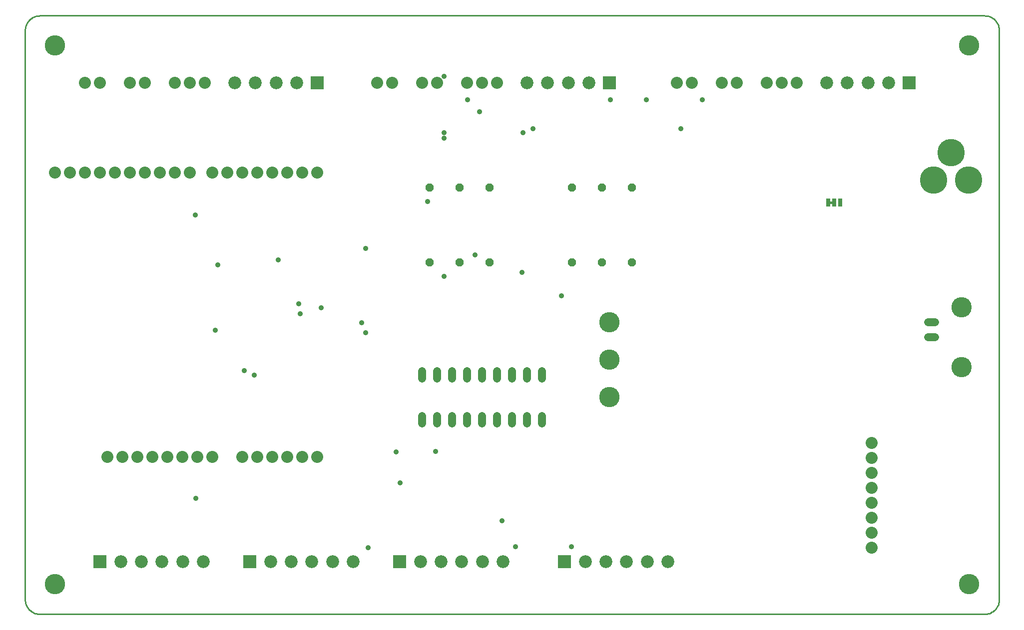
<source format=gts>
G04 EAGLE Gerber RS-274X export*
G75*
%MOIN*%
%FSLAX24Y24*%
%LPD*%
%INTop Soldermask*%
%IPPOS*%
%AMOC8*
5,1,8,0,0,1.08239X$1,22.5*%
G01*
%ADD10C,0.080000*%
%ADD11R,0.086000X0.086000*%
%ADD12C,0.086000*%
%ADD13C,0.183000*%
%ADD14P,0.058449X8X112.500000*%
%ADD15P,0.058449X8X292.500000*%
%ADD16R,0.031000X0.056000*%
%ADD17C,0.136000*%
%ADD18C,0.053496*%
%ADD19C,0.135921*%
%ADD20C,0.054000*%
%ADD21C,0.035780*%
%ADD22C,0.010000*%

G36*
X53878Y27426D02*
X53878Y27426D01*
X53881Y27426D01*
X53882Y27427D01*
X53884Y27427D01*
X53886Y27429D01*
X53889Y27430D01*
X53890Y27431D01*
X53891Y27432D01*
X53893Y27434D01*
X53895Y27436D01*
X53895Y27437D01*
X53896Y27439D01*
X53897Y27441D01*
X53898Y27444D01*
X53899Y27446D01*
X53899Y27447D01*
X53899Y27448D01*
X53899Y27450D01*
X53899Y27550D01*
X53899Y27553D01*
X53899Y27556D01*
X53898Y27557D01*
X53898Y27559D01*
X53896Y27561D01*
X53895Y27564D01*
X53894Y27565D01*
X53893Y27566D01*
X53891Y27568D01*
X53889Y27570D01*
X53888Y27570D01*
X53886Y27571D01*
X53884Y27572D01*
X53881Y27573D01*
X53879Y27574D01*
X53878Y27574D01*
X53877Y27574D01*
X53875Y27574D01*
X53725Y27574D01*
X53722Y27574D01*
X53719Y27574D01*
X53718Y27573D01*
X53716Y27573D01*
X53714Y27571D01*
X53711Y27570D01*
X53710Y27569D01*
X53709Y27568D01*
X53707Y27566D01*
X53705Y27564D01*
X53705Y27563D01*
X53704Y27561D01*
X53703Y27559D01*
X53702Y27556D01*
X53701Y27554D01*
X53701Y27553D01*
X53701Y27552D01*
X53701Y27550D01*
X53701Y27450D01*
X53701Y27447D01*
X53701Y27444D01*
X53702Y27443D01*
X53702Y27441D01*
X53704Y27439D01*
X53705Y27436D01*
X53706Y27435D01*
X53707Y27434D01*
X53709Y27432D01*
X53711Y27430D01*
X53712Y27430D01*
X53714Y27429D01*
X53716Y27428D01*
X53719Y27427D01*
X53721Y27426D01*
X53722Y27426D01*
X53723Y27426D01*
X53725Y27426D01*
X53875Y27426D01*
X53878Y27426D01*
G37*
D10*
X7500Y10500D03*
X8500Y10500D03*
X9500Y10500D03*
X10500Y10500D03*
X11500Y10500D03*
X12500Y10500D03*
X14500Y10500D03*
X15500Y10500D03*
X16500Y10500D03*
X17500Y10500D03*
X18500Y10500D03*
X19500Y10500D03*
X19500Y29500D03*
X18500Y29500D03*
X17500Y29500D03*
X16500Y29500D03*
X15500Y29500D03*
X14500Y29500D03*
X13500Y29500D03*
X12500Y29500D03*
X11000Y29500D03*
X10000Y29500D03*
X9000Y29500D03*
X8000Y29500D03*
X7000Y29500D03*
X6000Y29500D03*
X5000Y29500D03*
X4000Y29500D03*
X3000Y29500D03*
X2000Y29500D03*
X6500Y10500D03*
X5500Y10500D03*
D11*
X59000Y35500D03*
D12*
X57622Y35500D03*
X56244Y35500D03*
X54866Y35500D03*
X53488Y35500D03*
D10*
X44500Y35500D03*
X43500Y35500D03*
D11*
X19500Y35500D03*
D12*
X18122Y35500D03*
X16744Y35500D03*
X15366Y35500D03*
X13988Y35500D03*
D10*
X12000Y35500D03*
X11000Y35500D03*
X10000Y35500D03*
X56500Y11450D03*
X56500Y10450D03*
X56500Y9450D03*
X56500Y8450D03*
X56500Y7450D03*
X56500Y6450D03*
X56500Y5450D03*
X56500Y4450D03*
D13*
X60606Y29000D03*
X62969Y29000D03*
X61787Y30850D03*
D10*
X8000Y35500D03*
X7000Y35500D03*
D11*
X5000Y3500D03*
D12*
X6378Y3500D03*
X7756Y3500D03*
X9134Y3500D03*
X10512Y3500D03*
X11890Y3500D03*
D10*
X5000Y35500D03*
X4000Y35500D03*
D11*
X36000Y3500D03*
D12*
X37378Y3500D03*
X38756Y3500D03*
X40134Y3500D03*
X41512Y3500D03*
X42890Y3500D03*
D11*
X39000Y35500D03*
D12*
X37622Y35500D03*
X36244Y35500D03*
X34866Y35500D03*
X33488Y35500D03*
D10*
X31500Y35500D03*
X30500Y35500D03*
X29500Y35500D03*
X51500Y35500D03*
X50500Y35500D03*
X49500Y35500D03*
X27500Y35500D03*
X26500Y35500D03*
X24500Y35500D03*
X23500Y35500D03*
X47500Y35500D03*
X46500Y35500D03*
D11*
X15000Y3500D03*
D12*
X16378Y3500D03*
X17756Y3500D03*
X19134Y3500D03*
X20512Y3500D03*
X21890Y3500D03*
D11*
X25000Y3500D03*
D12*
X26378Y3500D03*
X27756Y3500D03*
X29134Y3500D03*
X30512Y3500D03*
X31890Y3500D03*
D14*
X40500Y23500D03*
X40500Y28500D03*
X38500Y23500D03*
X38500Y28500D03*
D15*
X27000Y28500D03*
X27000Y23500D03*
X29000Y28500D03*
X29000Y23500D03*
D14*
X36500Y23500D03*
X36500Y28500D03*
D15*
X31000Y28500D03*
X31000Y23500D03*
D16*
X54400Y27500D03*
X54000Y27500D03*
X53600Y27500D03*
D17*
X39000Y14500D03*
X39000Y17000D03*
X39000Y19500D03*
X2000Y38000D03*
X63000Y2000D03*
X63000Y38000D03*
X2000Y2000D03*
D18*
X60263Y19500D02*
X60737Y19500D01*
X60737Y18500D02*
X60263Y18500D01*
D19*
X62500Y20500D03*
X62500Y16500D03*
D20*
X26500Y13240D02*
X26500Y12760D01*
X27500Y12760D02*
X27500Y13240D01*
X28500Y13240D02*
X28500Y12760D01*
X29500Y12760D02*
X29500Y13240D01*
X30500Y13240D02*
X30500Y12760D01*
X31500Y12760D02*
X31500Y13240D01*
X32500Y13240D02*
X32500Y12760D01*
X33500Y12760D02*
X33500Y13240D01*
X34500Y13240D02*
X34500Y12760D01*
X34500Y15760D02*
X34500Y16240D01*
X33500Y16240D02*
X33500Y15760D01*
X32500Y15760D02*
X32500Y16240D01*
X31500Y16240D02*
X31500Y15760D01*
X30500Y15760D02*
X30500Y16240D01*
X29500Y16240D02*
X29500Y15760D01*
X28500Y15760D02*
X28500Y16240D01*
X27500Y16240D02*
X27500Y15760D01*
X26500Y15760D02*
X26500Y16240D01*
D21*
X14625Y16290D03*
X43740Y32445D03*
X33885Y32445D03*
X27945Y31815D03*
X16875Y23670D03*
X27945Y22590D03*
X19755Y20475D03*
X15300Y15975D03*
X11385Y7740D03*
X22725Y24435D03*
X22725Y18810D03*
X24750Y10845D03*
X35775Y21285D03*
X27405Y10890D03*
X18270Y20745D03*
X18360Y20070D03*
X25020Y8775D03*
X12870Y23355D03*
X12690Y18990D03*
X22455Y19485D03*
X31815Y6255D03*
X11340Y26685D03*
X32715Y4500D03*
X36450Y4500D03*
X22905Y4455D03*
X33165Y22860D03*
X45180Y34380D03*
X30015Y24030D03*
X41445Y34380D03*
X39060Y34380D03*
X33210Y32175D03*
X27945Y32175D03*
X26865Y27585D03*
X30330Y33570D03*
X29520Y34380D03*
X27945Y35955D03*
D22*
X0Y1000D02*
X4Y913D01*
X15Y826D01*
X34Y741D01*
X60Y658D01*
X94Y577D01*
X134Y500D01*
X181Y426D01*
X234Y357D01*
X293Y293D01*
X357Y234D01*
X426Y181D01*
X500Y134D01*
X577Y94D01*
X658Y60D01*
X741Y34D01*
X826Y15D01*
X913Y4D01*
X1000Y0D01*
X64000Y0D01*
X64087Y4D01*
X64174Y15D01*
X64259Y34D01*
X64342Y60D01*
X64423Y94D01*
X64500Y134D01*
X64574Y181D01*
X64643Y234D01*
X64707Y293D01*
X64766Y357D01*
X64819Y426D01*
X64866Y500D01*
X64906Y577D01*
X64940Y658D01*
X64966Y741D01*
X64985Y826D01*
X64996Y913D01*
X65000Y1000D01*
X65000Y39000D01*
X64996Y39087D01*
X64985Y39174D01*
X64966Y39259D01*
X64940Y39342D01*
X64906Y39423D01*
X64866Y39500D01*
X64819Y39574D01*
X64766Y39643D01*
X64707Y39707D01*
X64643Y39766D01*
X64574Y39819D01*
X64500Y39866D01*
X64423Y39906D01*
X64342Y39940D01*
X64259Y39966D01*
X64174Y39985D01*
X64087Y39996D01*
X64000Y40000D01*
X1000Y40000D01*
X913Y39996D01*
X826Y39985D01*
X741Y39966D01*
X658Y39940D01*
X577Y39906D01*
X500Y39866D01*
X426Y39819D01*
X357Y39766D01*
X293Y39707D01*
X234Y39643D01*
X181Y39574D01*
X134Y39500D01*
X94Y39423D01*
X60Y39342D01*
X34Y39259D01*
X15Y39174D01*
X4Y39087D01*
X0Y39000D01*
X0Y1000D01*
M02*

</source>
